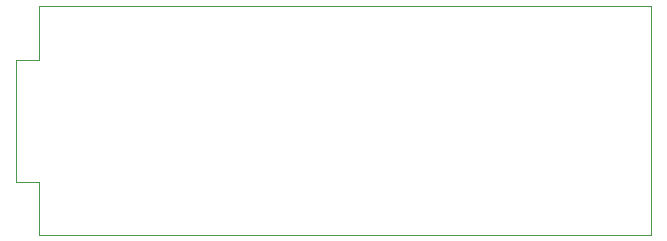
<source format=gm1>
G04 #@! TF.GenerationSoftware,KiCad,Pcbnew,(6.0.7-1)-1*
G04 #@! TF.CreationDate,2022-09-30T10:49:52-04:00*
G04 #@! TF.ProjectId,F405_pill,46343035-5f70-4696-9c6c-2e6b69636164,rev?*
G04 #@! TF.SameCoordinates,Original*
G04 #@! TF.FileFunction,Profile,NP*
%FSLAX46Y46*%
G04 Gerber Fmt 4.6, Leading zero omitted, Abs format (unit mm)*
G04 Created by KiCad (PCBNEW (6.0.7-1)-1) date 2022-09-30 10:49:52*
%MOMM*%
%LPD*%
G01*
G04 APERTURE LIST*
G04 #@! TA.AperFunction,Profile*
%ADD10C,0.040000*%
G04 #@! TD*
G04 APERTURE END LIST*
D10*
X148131966Y-94407903D02*
X148131966Y-74988289D01*
X96311902Y-74988289D02*
X96311902Y-79560946D01*
X94372749Y-79560946D02*
X94372749Y-89923130D01*
X94372749Y-89923130D02*
X96311902Y-89923130D01*
X96311902Y-79560946D02*
X94372749Y-79560946D01*
X96311902Y-89923130D02*
X96311902Y-94407903D01*
X148131966Y-74988289D02*
X96311902Y-74988289D01*
X96311902Y-94407903D02*
X148131966Y-94407903D01*
M02*

</source>
